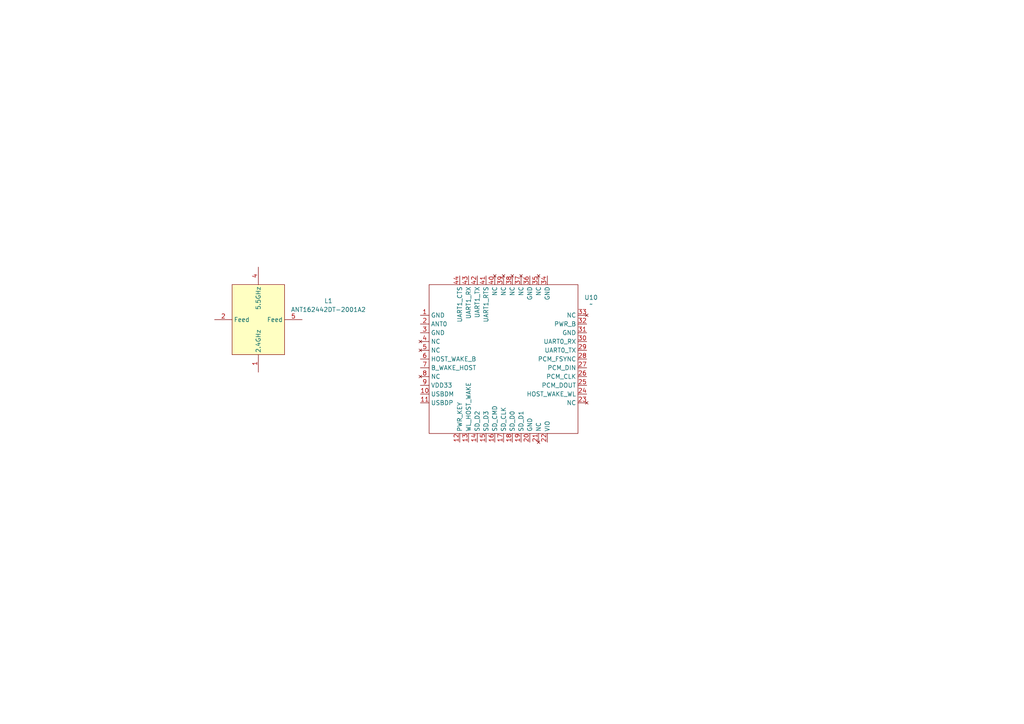
<source format=kicad_sch>
(kicad_sch (version 20250114) (generator "eeschema") (generator_version "9.0")
  (paper "A4")
  (title_block (date "2025-02-20") (rev "V0.1") (company "Matthew Spotten"))
  (lib_symbols
    (symbol "M8800DS2-40:M8800DS2-40"
      (property "Reference" "U" (at -24.384 23.876 0))
      (symbol "M8800DS2-40_0_1"
        (rectangle (start -21.59 21.59) (end 21.59 -21.59))
      )
      (symbol "M8800DS2-40_1_1"
        (pin power_in line (at -24.13 12.7 0) (length 2.54) (name "GND") (number "1"))
        (pin bidirectional line (at -24.13 10.16 0) (length 2.54) (name "ANT0") (number "2"))
        (pin power_in line (at -24.13 7.62 0) (length 2.54) (name "GND") (number "3"))
        (pin no_connect line (at -24.13 5.08 0) (length 2.54) (name "NC") (number "4"))
        (pin no_connect line (at -24.13 2.54 0) (length 2.54) (name "NC") (number "5"))
        (pin input line (at -24.13 0 0) (length 2.54) (name "HOST_WAKE_B") (number "6"))
        (pin output line (at -24.13 -2.54 0) (length 2.54) (name "B_WAKE_HOST") (number "7"))
        (pin no_connect line (at -24.13 -5.08 0) (length 2.54) (name "NC") (number "8"))
        (pin power_in line (at -24.13 -7.62 0) (length 2.54) (name "VDD33") (number "9"))
        (pin bidirectional line (at -24.13 -10.16 0) (length 2.54) (name "USBDM") (number "10"))
        (pin bidirectional line (at -24.13 -12.7 0) (length 2.54) (name "USBDP") (number "11"))
        (pin input line (at -12.7 24.13 270) (length 2.54) (name "UART1_CTS") (number "44"))
        (pin input line (at -12.7 -24.13 90) (length 2.54) (name "PWR_KEY") (number "12"))
        (pin input line (at -10.16 24.13 270) (length 2.54) (name "UART1_RX") (number "43"))
        (pin bidirectional line (at -10.16 -24.13 90) (length 2.54) (name "WL_HOST_WAKE") (number "13"))
        (pin output line (at -7.62 24.13 270) (length 2.54) (name "UART1_TX") (number "42"))
        (pin bidirectional line (at -7.62 -24.13 90) (length 2.54) (name "SD_D2") (number "14"))
        (pin output line (at -5.08 24.13 270) (length 2.54) (name "UART1_RTS") (number "41"))
        (pin bidirectional line (at -5.08 -24.13 90) (length 2.54) (name "SD_D3") (number "15"))
        (pin no_connect line (at -2.54 24.13 270) (length 2.54) (name "NC") (number "40"))
        (pin bidirectional line (at -2.54 -24.13 90) (length 2.54) (name "SD_CMD") (number "16"))
        (pin no_connect line (at 0 24.13 270) (length 2.54) (name "NC") (number "39"))
        (pin input line (at 0 -24.13 90) (length 2.54) (name "SD_CLK") (number "17"))
        (pin no_connect line (at 2.54 24.13 270) (length 2.54) (name "NC") (number "38"))
        (pin bidirectional line (at 2.54 -24.13 90) (length 2.54) (name "SD_D0") (number "18"))
        (pin no_connect line (at 5.08 24.13 270) (length 2.54) (name "NC") (number "37"))
        (pin bidirectional line (at 5.08 -24.13 90) (length 2.54) (name "SD_D1") (number "19"))
        (pin power_in line (at 7.62 24.13 270) (length 2.54) (name "GND") (number "36"))
        (pin power_in line (at 7.62 -24.13 90) (length 2.54) (name "GND") (number "20"))
        (pin no_connect line (at 10.16 24.13 270) (length 2.54) (name "NC") (number "35"))
        (pin no_connect line (at 10.16 -24.13 90) (length 2.54) (name "NC") (number "21"))
        (pin power_in line (at 12.7 24.13 270) (length 2.54) (name "GND") (number "34"))
        (pin input line (at 12.7 -24.13 90) (length 2.54) (name "VIO") (number "22"))
        (pin no_connect line (at 24.13 12.7 180) (length 2.54) (name "NC") (number "33"))
        (pin unspecified line (at 24.13 10.16 180) (length 2.54) (name "PWR_B") (number "32"))
        (pin power_in line (at 24.13 7.62 180) (length 2.54) (name "GND") (number "31"))
        (pin input line (at 24.13 5.08 180) (length 2.54) (name "UART0_RX") (number "30"))
        (pin output line (at 24.13 2.54 180) (length 2.54) (name "UART0_TX") (number "29"))
        (pin input line (at 24.13 0 180) (length 2.54) (name "PCM_FSYNC") (number "28"))
        (pin input line (at 24.13 -2.54 180) (length 2.54) (name "PCM_DIN") (number "27"))
        (pin input line (at 24.13 -5.08 180) (length 2.54) (name "PCM_CLK") (number "26"))
        (pin output line (at 24.13 -7.62 180) (length 2.54) (name "PCM_DOUT") (number "25"))
        (pin input line (at 24.13 -10.16 180) (length 2.54) (name "HOST_WAKE_WL") (number "24"))
        (pin no_connect line (at 24.13 -12.7 180) (length 2.54) (name "NC") (number "23"))
      )
    )
    (symbol "easyeda2kicad:ANT162442DT-2001A2"
      (property "Reference" "L" (at 0 17.78 0))
      (property "Value" "ANT162442DT-2001A2" (at 0 -17.78 0))
      (symbol "ANT162442DT-2001A2_0_1"
        (rectangle (start -10.16 7.62) (end 10.16 -7.62) (fill (type background)))
        (pin unspecified line (at -15.24 0 0) (length 5.08) (name "2.4GHz") (number "1"))
        (pin unspecified line (at 0 12.7 270) (length 5.08) (name "Feed") (number "2"))
        (pin unspecified line (at 0 -12.7 90) (length 5.08) (name "Feed") (number "5"))
        (pin unspecified line (at 15.24 0 180) (length 5.08) (name "5.5GHz") (number "4"))
      )
    )
  )
  (symbol (lib_id "M8800DS2-40:M8800DS2-40") (at 146.05 104.14 0) (unit 1)
    (property "Reference" "U10" (at 171.45 86.2898 0))
    (property "Value" "~" (at 171.45 88.1949 0))
    (property "Footprint" "M8800DS2-40:M8800DS2-40" (effects (hide yes)))
    (property "Datasheet" "part datasheets/AIC8800D80_DataSheet_v0.1.pdf" (effects (hide yes)))
    (property "Description" "Wifi&Bt" (effects (hide yes)))
  )
  (symbol (lib_id "easyeda2kicad:ANT162442DT-2001A2") (at 74.93 92.71 90) (unit 1)
    (property "Reference" "L1" (at 95.25 87.2646 90))
    (property "Value" "ANT162442DT-2001A2" (at 95.25 89.8046 90))
    (property "Footprint" "easyeda2kicad:ANT-SMD_6P-L1.6-W0.8-L" (effects (hide yes)))
    (property "Datasheet" "https://lcsc.com/product-detail/Pre-ordered-Products_TDK_ANT162442DT-2001A2_TDK-ANT162442DT-2001A2_C531339.html" (effects (hide yes)))
    (property "LCSC Part" "C531339" (effects (hide yes)))
  )
)
</source>
